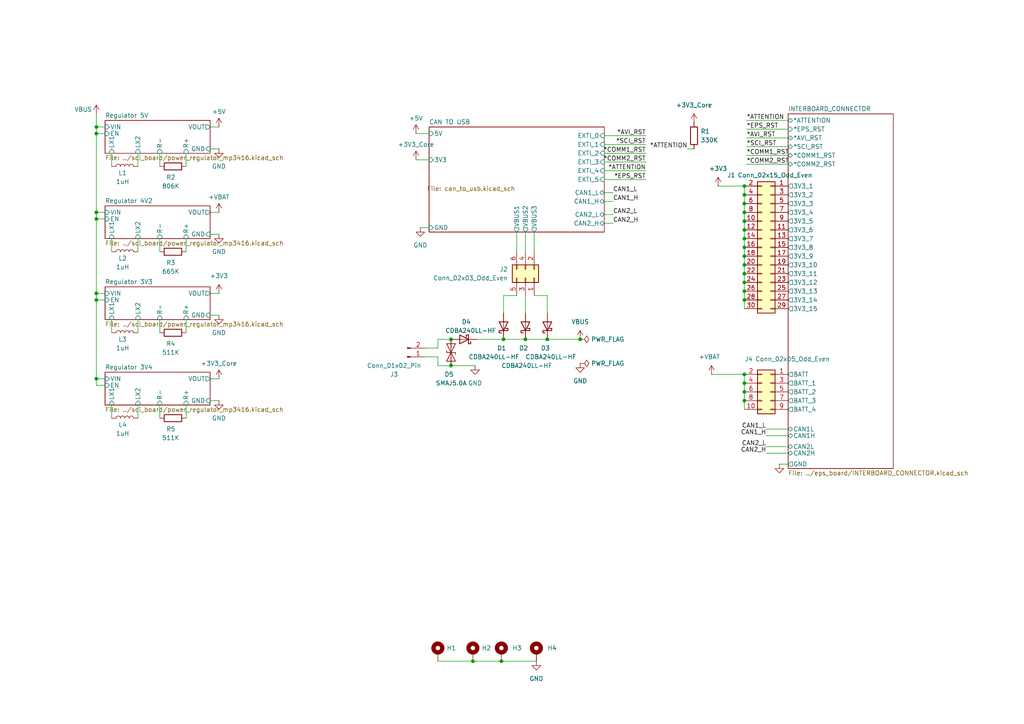
<source format=kicad_sch>
(kicad_sch (version 20250114) (generator "eeschema") (generator_version "9.0")
  (paper "A4")
  (lib_symbols
    (symbol "Connector:Conn_01x02_Pin" (pin_names (offset 1.016) (hide yes))
      (property "Reference" "J" (at 0 2.54 0))
      (property "Value" "Conn_01x02_Pin" (at 0 -5.08 0))
      (symbol "Conn_01x02_Pin_1_1"
        (rectangle (start 0.8636 0.127) (end 0 -0.127) (stroke (width 0.1524)) (fill (type outline)))
        (rectangle (start 0.8636 -2.413) (end 0 -2.667) (stroke (width 0.1524)) (fill (type outline)))
        (polyline (pts (xy 1.27 0) (xy 0.8636 0)) (stroke (width 0.1524)))
        (polyline (pts (xy 1.27 -2.54) (xy 0.8636 -2.54)) (stroke (width 0.1524)))
        (pin passive line (at 5.08 0 180) (length 3.81) (name "Pin_1") (number "1"))
        (pin passive line (at 5.08 -2.54 180) (length 3.81) (name "Pin_2") (number "2"))
      )
    )
    (symbol "Connector_Generic:Conn_02x03_Odd_Even" (pin_names (offset 1.016) (hide yes))
      (property "Reference" "J" (at 1.27 5.08 0))
      (property "Value" "Conn_02x03_Odd_Even" (at 1.27 -5.08 0))
      (symbol "Conn_02x03_Odd_Even_1_1"
        (rectangle (start -1.27 3.81) (end 3.81 -3.81) (stroke (width 0.254)) (fill (type background)))
        (rectangle (start -1.27 2.667) (end 0 2.413) (stroke (width 0.1524)))
        (rectangle (start -1.27 0.127) (end 0 -0.127) (stroke (width 0.1524)))
        (rectangle (start -1.27 -2.413) (end 0 -2.667) (stroke (width 0.1524)))
        (rectangle (start 3.81 2.667) (end 2.54 2.413) (stroke (width 0.1524)))
        (rectangle (start 3.81 0.127) (end 2.54 -0.127) (stroke (width 0.1524)))
        (rectangle (start 3.81 -2.413) (end 2.54 -2.667) (stroke (width 0.1524)))
        (pin passive line (at -5.08 2.54 0) (length 3.81) (name "Pin_1") (number "1"))
        (pin passive line (at -5.08 0 0) (length 3.81) (name "Pin_3") (number "3"))
        (pin passive line (at -5.08 -2.54 0) (length 3.81) (name "Pin_5") (number "5"))
        (pin passive line (at 7.62 2.54 180) (length 3.81) (name "Pin_2") (number "2"))
        (pin passive line (at 7.62 0 180) (length 3.81) (name "Pin_4") (number "4"))
        (pin passive line (at 7.62 -2.54 180) (length 3.81) (name "Pin_6") (number "6"))
      )
    )
    (symbol "Connector_Generic:Conn_02x05_Odd_Even" (pin_names (offset 1.016) (hide yes))
      (property "Reference" "J" (at 1.27 7.62 0))
      (property "Value" "Conn_02x05_Odd_Even" (at 1.27 -7.62 0))
      (symbol "Conn_02x05_Odd_Even_1_1"
        (rectangle (start -1.27 6.35) (end 3.81 -6.35) (stroke (width 0.254)) (fill (type background)))
        (rectangle (start -1.27 5.207) (end 0 4.953) (stroke (width 0.1524)))
        (rectangle (start -1.27 2.667) (end 0 2.413) (stroke (width 0.1524)))
        (rectangle (start -1.27 0.127) (end 0 -0.127) (stroke (width 0.1524)))
        (rectangle (start -1.27 -2.413) (end 0 -2.667) (stroke (width 0.1524)))
        (rectangle (start -1.27 -4.953) (end 0 -5.207) (stroke (width 0.1524)))
        (rectangle (start 3.81 5.207) (end 2.54 4.953) (stroke (width 0.1524)))
        (rectangle (start 3.81 2.667) (end 2.54 2.413) (stroke (width 0.1524)))
        (rectangle (start 3.81 0.127) (end 2.54 -0.127) (stroke (width 0.1524)))
        (rectangle (start 3.81 -2.413) (end 2.54 -2.667) (stroke (width 0.1524)))
        (rectangle (start 3.81 -4.953) (end 2.54 -5.207) (stroke (width 0.1524)))
        (pin passive line (at -5.08 5.08 0) (length 3.81) (name "Pin_1") (number "1"))
        (pin passive line (at -5.08 2.54 0) (length 3.81) (name "Pin_3") (number "3"))
        (pin passive line (at -5.08 0 0) (length 3.81) (name "Pin_5") (number "5"))
        (pin passive line (at -5.08 -2.54 0) (length 3.81) (name "Pin_7") (number "7"))
        (pin passive line (at -5.08 -5.08 0) (length 3.81) (name "Pin_9") (number "9"))
        (pin passive line (at 7.62 5.08 180) (length 3.81) (name "Pin_2") (number "2"))
        (pin passive line (at 7.62 2.54 180) (length 3.81) (name "Pin_4") (number "4"))
        (pin passive line (at 7.62 0 180) (length 3.81) (name "Pin_6") (number "6"))
        (pin passive line (at 7.62 -2.54 180) (length 3.81) (name "Pin_8") (number "8"))
        (pin passive line (at 7.62 -5.08 180) (length 3.81) (name "Pin_10") (number "10"))
      )
    )
    (symbol "Connector_Generic:Conn_02x15_Odd_Even" (pin_names (offset 1.016) (hide yes))
      (property "Reference" "J" (at 1.27 20.32 0))
      (property "Value" "Conn_02x15_Odd_Even" (at 1.27 -20.32 0))
      (symbol "Conn_02x15_Odd_Even_1_1"
        (rectangle (start -1.27 19.05) (end 3.81 -19.05) (stroke (width 0.254)) (fill (type background)))
        (rectangle (start -1.27 17.907) (end 0 17.653) (stroke (width 0.1524)))
        (rectangle (start -1.27 15.367) (end 0 15.113) (stroke (width 0.1524)))
        (rectangle (start -1.27 12.827) (end 0 12.573) (stroke (width 0.1524)))
        (rectangle (start -1.27 10.287) (end 0 10.033) (stroke (width 0.1524)))
        (rectangle (start -1.27 7.747) (end 0 7.493) (stroke (width 0.1524)))
        (rectangle (start -1.27 5.207) (end 0 4.953) (stroke (width 0.1524)))
        (rectangle (start -1.27 2.667) (end 0 2.413) (stroke (width 0.1524)))
        (rectangle (start -1.27 0.127) (end 0 -0.127) (stroke (width 0.1524)))
        (rectangle (start -1.27 -2.413) (end 0 -2.667) (stroke (width 0.1524)))
        (rectangle (start -1.27 -4.953) (end 0 -5.207) (stroke (width 0.1524)))
        (rectangle (start -1.27 -7.493) (end 0 -7.747) (stroke (width 0.1524)))
        (rectangle (start -1.27 -10.033) (end 0 -10.287) (stroke (width 0.1524)))
        (rectangle (start -1.27 -12.573) (end 0 -12.827) (stroke (width 0.1524)))
        (rectangle (start -1.27 -15.113) (end 0 -15.367) (stroke (width 0.1524)))
        (rectangle (start -1.27 -17.653) (end 0 -17.907) (stroke (width 0.1524)))
        (rectangle (start 3.81 17.907) (end 2.54 17.653) (stroke (width 0.1524)))
        (rectangle (start 3.81 15.367) (end 2.54 15.113) (stroke (width 0.1524)))
        (rectangle (start 3.81 12.827) (end 2.54 12.573) (stroke (width 0.1524)))
        (rectangle (start 3.81 10.287) (end 2.54 10.033) (stroke (width 0.1524)))
        (rectangle (start 3.81 7.747) (end 2.54 7.493) (stroke (width 0.1524)))
        (rectangle (start 3.81 5.207) (end 2.54 4.953) (stroke (width 0.1524)))
        (rectangle (start 3.81 2.667) (end 2.54 2.413) (stroke (width 0.1524)))
        (rectangle (start 3.81 0.127) (end 2.54 -0.127) (stroke (width 0.1524)))
        (rectangle (start 3.81 -2.413) (end 2.54 -2.667) (stroke (width 0.1524)))
        (rectangle (start 3.81 -4.953) (end 2.54 -5.207) (stroke (width 0.1524)))
        (rectangle (start 3.81 -7.493) (end 2.54 -7.747) (stroke (width 0.1524)))
        (rectangle (start 3.81 -10.033) (end 2.54 -10.287) (stroke (width 0.1524)))
        (rectangle (start 3.81 -12.573) (end 2.54 -12.827) (stroke (width 0.1524)))
        (rectangle (start 3.81 -15.113) (end 2.54 -15.367) (stroke (width 0.1524)))
        (rectangle (start 3.81 -17.653) (end 2.54 -17.907) (stroke (width 0.1524)))
        (pin passive line (at -5.08 17.78 0) (length 3.81) (name "Pin_1") (number "1"))
        (pin passive line (at -5.08 15.24 0) (length 3.81) (name "Pin_3") (number "3"))
        (pin passive line (at -5.08 12.7 0) (length 3.81) (name "Pin_5") (number "5"))
        (pin passive line (at -5.08 10.16 0) (length 3.81) (name "Pin_7") (number "7"))
        (pin passive line (at -5.08 7.62 0) (length 3.81) (name "Pin_9") (number "9"))
        (pin passive line (at -5.08 5.08 0) (length 3.81) (name "Pin_11") (number "11"))
        (pin passive line (at -5.08 2.54 0) (length 3.81) (name "Pin_13") (number "13"))
        (pin passive line (at -5.08 0 0) (length 3.81) (name "Pin_15") (number "15"))
        (pin passive line (at -5.08 -2.54 0) (length 3.81) (name "Pin_17") (number "17"))
        (pin passive line (at -5.08 -5.08 0) (length 3.81) (name "Pin_19") (number "19"))
        (pin passive line (at -5.08 -7.62 0) (length 3.81) (name "Pin_21") (number "21"))
        (pin passive line (at -5.08 -10.16 0) (length 3.81) (name "Pin_23") (number "23"))
        (pin passive line (at -5.08 -12.7 0) (length 3.81) (name "Pin_25") (number "25"))
        (pin passive line (at -5.08 -15.24 0) (length 3.81) (name "Pin_27") (number "27"))
        (pin passive line (at -5.08 -17.78 0) (length 3.81) (name "Pin_29") (number "29"))
        (pin passive line (at 7.62 17.78 180) (length 3.81) (name "Pin_2") (number "2"))
        (pin passive line (at 7.62 15.24 180) (length 3.81) (name "Pin_4") (number "4"))
        (pin passive line (at 7.62 12.7 180) (length 3.81) (name "Pin_6") (number "6"))
        (pin passive line (at 7.62 10.16 180) (length 3.81) (name "Pin_8") (number "8"))
        (pin passive line (at 7.62 7.62 180) (length 3.81) (name "Pin_10") (number "10"))
        (pin passive line (at 7.62 5.08 180) (length 3.81) (name "Pin_12") (number "12"))
        (pin passive line (at 7.62 2.54 180) (length 3.81) (name "Pin_14") (number "14"))
        (pin passive line (at 7.62 0 180) (length 3.81) (name "Pin_16") (number "16"))
        (pin passive line (at 7.62 -2.54 180) (length 3.81) (name "Pin_18") (number "18"))
        (pin passive line (at 7.62 -5.08 180) (length 3.81) (name "Pin_20") (number "20"))
        (pin passive line (at 7.62 -7.62 180) (length 3.81) (name "Pin_22") (number "22"))
        (pin passive line (at 7.62 -10.16 180) (length 3.81) (name "Pin_24") (number "24"))
        (pin passive line (at 7.62 -12.7 180) (length 3.81) (name "Pin_26") (number "26"))
        (pin passive line (at 7.62 -15.24 180) (length 3.81) (name "Pin_28") (number "28"))
        (pin passive line (at 7.62 -17.78 180) (length 3.81) (name "Pin_30") (number "30"))
      )
    )
    (symbol "Device:D_Schottky" (pin_numbers (hide yes)) (pin_names (offset 1.016) (hide yes))
      (property "Reference" "D" (at 0 2.54 0))
      (property "Value" "D_Schottky" (at 0 -2.54 0))
      (symbol "D_Schottky_0_1"
        (polyline (pts (xy -1.905 0.635) (xy -1.905 1.27) (xy -1.27 1.27) (xy -1.27 -1.27) (xy -0.635 -1.27) (xy -0.635 -0.635)) (stroke (width 0.254)))
        (polyline (pts (xy 1.27 1.27) (xy 1.27 -1.27) (xy -1.27 0) (xy 1.27 1.27)) (stroke (width 0.254)))
        (polyline (pts (xy 1.27 0) (xy -1.27 0)))
      )
      (symbol "D_Schottky_1_1"
        (pin passive line (at -3.81 0 0) (length 2.54) (name "K") (number "1"))
        (pin passive line (at 3.81 0 180) (length 2.54) (name "A") (number "2"))
      )
    )
    (symbol "Device:L" (pin_numbers (hide yes)) (pin_names (offset 1.016) (hide yes))
      (property "Reference" "L" (at -1.27 0 90))
      (property "Value" "L" (at 1.905 0 90))
      (symbol "L_0_1"
        (arc (start 0 2.54) (mid 0.6323 1.905) (end 0 1.27))
        (arc (start 0 1.27) (mid 0.6323 0.635) (end 0 0))
        (arc (start 0 0) (mid 0.6323 -0.635) (end 0 -1.27))
        (arc (start 0 -1.27) (mid 0.6323 -1.905) (end 0 -2.54))
      )
      (symbol "L_1_1"
        (pin passive line (at 0 3.81 270) (length 1.27) (name "1") (number "1"))
        (pin passive line (at 0 -3.81 90) (length 1.27) (name "2") (number "2"))
      )
    )
    (symbol "Device:R" (pin_numbers (hide yes)) (pin_names (offset 0))
      (property "Reference" "R" (at 2.032 0 90))
      (property "Value" "R" (at 0 0 90))
      (symbol "R_0_1"
        (rectangle (start -1.016 -2.54) (end 1.016 2.54) (stroke (width 0.254)))
      )
      (symbol "R_1_1"
        (pin passive line (at 0 3.81 270) (length 1.27) (name "~") (number "1"))
        (pin passive line (at 0 -3.81 90) (length 1.27) (name "~") (number "2"))
      )
    )
    (symbol "Diode:SMAJ12CA" (pin_numbers (hide yes)) (pin_names (offset 1.016) (hide yes))
      (property "Reference" "D" (at 0 2.54 0))
      (property "Value" "SMAJ12CA" (at 0 -2.54 0))
      (symbol "SMAJ12CA_0_1"
        (polyline (pts (xy -2.54 -1.27) (xy 0 0) (xy -2.54 1.27) (xy -2.54 -1.27)) (stroke (width 0.2032)))
        (polyline (pts (xy 0.508 1.27) (xy 0 1.27) (xy 0 -1.27) (xy -0.508 -1.27)) (stroke (width 0.2032)))
        (polyline (pts (xy 1.27 0) (xy -1.27 0)))
        (polyline (pts (xy 2.54 1.27) (xy 2.54 -1.27) (xy 0 0) (xy 2.54 1.27)) (stroke (width 0.2032)))
      )
      (symbol "SMAJ12CA_1_1"
        (pin passive line (at -3.81 0 0) (length 2.54) (name "A1") (number "1"))
        (pin passive line (at 3.81 0 180) (length 2.54) (name "A2") (number "2"))
      )
    )
    (symbol "Mechanical:MountingHole_Pad" (pin_numbers (hide yes)) (pin_names (offset 1.016) (hide yes)) (exclude_from_sim yes) (in_bom no)
      (property "Reference" "H" (at 0 6.35 0))
      (property "Value" "MountingHole_Pad" (at 0 4.445 0))
      (symbol "MountingHole_Pad_0_1"
        (circle (center 0 1.27) (radius 1.27) (stroke (width 1.27)))
      )
      (symbol "MountingHole_Pad_1_1"
        (pin input line (at 0 -2.54 90) (length 2.54) (name "1") (number "1"))
      )
    )
    (symbol "power:+5V" (power) (pin_numbers (hide yes)) (pin_names (offset 0) (hide yes))
      (property "Value" "+5V" (at 0 3.556 0))
      (symbol "+5V_0_1"
        (polyline (pts (xy -0.762 1.27) (xy 0 2.54)))
        (polyline (pts (xy 0 2.54) (xy 0.762 1.27)))
        (polyline (pts (xy 0 0) (xy 0 2.54)))
      )
      (symbol "+5V_1_1"
        (pin power_in line (at 0 0 90) (length 0) (name "~") (number "1"))
      )
    )
    (symbol "power:GND" (power) (pin_numbers (hide yes)) (pin_names (offset 0) (hide yes))
      (property "Value" "GND" (at 0 -3.81 0))
      (symbol "GND_0_1"
        (polyline (pts (xy 0 0) (xy 0 -1.27) (xy 1.27 -1.27) (xy 0 -2.54) (xy -1.27 -1.27) (xy 0 -1.27)))
      )
      (symbol "GND_1_1"
        (pin power_in line (at 0 0 270) (length 0) (name "~") (number "1"))
      )
    )
    (symbol "power:PWR_FLAG" (power) (pin_numbers (hide yes)) (pin_names (offset 0) (hide yes))
      (property "Value" "PWR_FLAG" (at 0 3.81 0))
      (symbol "PWR_FLAG_0_0"
        (pin power_out line (at 0 0 90) (length 0) (name "~") (number "1"))
      )
      (symbol "PWR_FLAG_0_1"
        (polyline (pts (xy 0 0) (xy 0 1.27) (xy -1.016 1.905) (xy 0 2.54) (xy 1.016 1.905) (xy 0 1.27)))
      )
    )
    (symbol "power:VBUS" (power) (pin_numbers (hide yes)) (pin_names (offset 0) (hide yes))
      (property "Value" "VBUS" (at 0 3.556 0))
      (symbol "VBUS_0_1"
        (polyline (pts (xy -0.762 1.27) (xy 0 2.54)))
        (polyline (pts (xy 0 2.54) (xy 0.762 1.27)))
        (polyline (pts (xy 0 0) (xy 0 2.54)))
      )
      (symbol "VBUS_1_1"
        (pin power_in line (at 0 0 90) (length 0) (name "~") (number "1"))
      )
    )
  )
  (junction (at 215.9 108.585))
  (junction (at 145.415 191.77))
  (junction (at 27.94 109.855))
  (junction (at 215.9 86.995))
  (junction (at 215.9 74.295))
  (junction (at 130.81 98.425))
  (junction (at 215.9 66.675))
  (junction (at 158.75 98.425))
  (junction (at 215.9 76.835))
  (junction (at 27.94 86.995))
  (junction (at 27.94 38.735))
  (junction (at 27.94 85.09))
  (junction (at 137.16 191.77))
  (junction (at 215.9 64.135))
  (junction (at 27.94 36.83))
  (junction (at 215.9 79.375))
  (junction (at 215.9 116.205))
  (junction (at 215.9 111.125))
  (junction (at 215.9 81.915))
  (junction (at 130.81 106.045))
  (junction (at 215.9 53.975))
  (junction (at 215.9 84.455))
  (junction (at 215.9 59.055))
  (junction (at 146.05 98.425))
  (junction (at 27.94 63.5))
  (junction (at 215.9 71.755))
  (junction (at 215.9 69.215))
  (junction (at 27.94 61.595))
  (junction (at 215.9 61.595))
  (junction (at 152.4 98.425))
  (junction (at 168.275 98.425))
  (junction (at 215.9 56.515))
  (junction (at 215.9 113.665))
  (wire (pts (xy 226.06 134.62) (xy 228.6 134.62)))
  (wire (pts (xy 46.355 69.215) (xy 46.355 73.025)))
  (wire (pts (xy 208.28 53.975) (xy 215.9 53.975)))
  (wire (pts (xy 222.25 124.46) (xy 228.6 124.46)))
  (wire (pts (xy 63.5 36.83) (xy 60.96 36.83)))
  (wire (pts (xy 215.9 69.215) (xy 215.9 71.755)))
  (wire (pts (xy 215.9 66.675) (xy 215.9 69.215)))
  (wire (pts (xy 27.94 61.595) (xy 27.94 63.5)))
  (wire (pts (xy 215.9 76.835) (xy 215.9 79.375)))
  (wire (pts (xy 199.39 43.18) (xy 201.295 43.18)))
  (wire (pts (xy 53.975 69.215) (xy 53.975 73.025)))
  (wire (pts (xy 146.05 98.425) (xy 138.43 98.425)))
  (wire (pts (xy 46.355 92.71) (xy 46.355 96.52)))
  (wire (pts (xy 187.325 44.45) (xy 175.26 44.45)))
  (wire (pts (xy 32.385 92.71) (xy 32.385 96.52)))
  (wire (pts (xy 27.94 63.5) (xy 30.48 63.5)))
  (wire (pts (xy 145.415 191.77) (xy 155.575 191.77)))
  (wire (pts (xy 30.48 111.76) (xy 27.94 111.76)))
  (wire (pts (xy 27.94 36.83) (xy 27.94 38.735)))
  (wire (pts (xy 152.4 85.725) (xy 152.4 90.805)))
  (wire (pts (xy 175.26 62.23) (xy 177.8 62.23)))
  (wire (pts (xy 27.94 86.995) (xy 27.94 85.09)))
  (wire (pts (xy 206.375 108.585) (xy 215.9 108.585)))
  (wire (pts (xy 63.5 116.205) (xy 60.96 116.205)))
  (wire (pts (xy 222.25 129.54) (xy 228.6 129.54)))
  (wire (pts (xy 27.94 38.735) (xy 27.94 61.595)))
  (wire (pts (xy 216.535 34.925) (xy 228.6 34.925)))
  (wire (pts (xy 215.9 81.915) (xy 215.9 84.455)))
  (wire (pts (xy 215.9 84.455) (xy 215.9 86.995)))
  (wire (pts (xy 27.94 109.855) (xy 30.48 109.855)))
  (wire (pts (xy 40.005 44.45) (xy 40.005 48.26)))
  (wire (pts (xy 215.9 111.125) (xy 215.9 113.665)))
  (wire (pts (xy 27.94 36.83) (xy 30.48 36.83)))
  (wire (pts (xy 215.9 59.055) (xy 215.9 61.595)))
  (wire (pts (xy 30.48 86.995) (xy 27.94 86.995)))
  (wire (pts (xy 53.975 117.475) (xy 53.975 121.285)))
  (wire (pts (xy 187.325 41.91) (xy 175.26 41.91)))
  (wire (pts (xy 175.26 58.42) (xy 177.8 58.42)))
  (wire (pts (xy 27.94 61.595) (xy 30.48 61.595)))
  (wire (pts (xy 32.385 117.475) (xy 32.385 121.285)))
  (wire (pts (xy 32.385 69.215) (xy 32.385 73.025)))
  (wire (pts (xy 63.5 67.945) (xy 60.96 67.945)))
  (wire (pts (xy 53.975 44.45) (xy 53.975 48.26)))
  (wire (pts (xy 215.9 113.665) (xy 215.9 116.205)))
  (wire (pts (xy 123.19 103.505) (xy 127 103.505)))
  (wire (pts (xy 158.75 85.725) (xy 158.75 90.805)))
  (wire (pts (xy 215.9 53.975) (xy 215.9 56.515)))
  (wire (pts (xy 216.535 45.085) (xy 228.6 45.085)))
  (wire (pts (xy 215.9 79.375) (xy 215.9 81.915)))
  (wire (pts (xy 215.9 64.135) (xy 215.9 66.675)))
  (wire (pts (xy 127 98.425) (xy 130.81 98.425)))
  (wire (pts (xy 32.385 44.45) (xy 32.385 48.26)))
  (wire (pts (xy 215.9 108.585) (xy 215.9 111.125)))
  (wire (pts (xy 27.94 63.5) (xy 27.94 85.09)))
  (wire (pts (xy 216.535 40.005) (xy 228.6 40.005)))
  (wire (pts (xy 175.26 64.77) (xy 177.8 64.77)))
  (wire (pts (xy 127 106.045) (xy 130.81 106.045)))
  (wire (pts (xy 53.975 92.71) (xy 53.975 96.52)))
  (wire (pts (xy 123.19 100.965) (xy 127 100.965)))
  (wire (pts (xy 187.325 46.99) (xy 175.26 46.99)))
  (wire (pts (xy 27.94 86.995) (xy 27.94 109.855)))
  (wire (pts (xy 215.9 56.515) (xy 215.9 59.055)))
  (wire (pts (xy 27.94 33.02) (xy 27.94 36.83)))
  (wire (pts (xy 46.355 117.475) (xy 46.355 121.285)))
  (wire (pts (xy 137.795 106.045) (xy 130.81 106.045)))
  (wire (pts (xy 63.5 61.595) (xy 60.96 61.595)))
  (wire (pts (xy 63.5 91.44) (xy 60.96 91.44)))
  (wire (pts (xy 187.325 39.37) (xy 175.26 39.37)))
  (wire (pts (xy 215.9 61.595) (xy 215.9 64.135)))
  (wire (pts (xy 127 191.77) (xy 137.16 191.77)))
  (wire (pts (xy 146.05 85.725) (xy 146.05 90.805)))
  (wire (pts (xy 63.5 109.855) (xy 60.96 109.855)))
  (wire (pts (xy 40.005 117.475) (xy 40.005 121.285)))
  (wire (pts (xy 215.9 86.995) (xy 215.9 89.535)))
  (wire (pts (xy 40.005 92.71) (xy 40.005 96.52)))
  (wire (pts (xy 222.25 131.445) (xy 228.6 131.445)))
  (wire (pts (xy 216.535 42.545) (xy 228.6 42.545)))
  (wire (pts (xy 127 103.505) (xy 127 106.045)))
  (wire (pts (xy 216.535 47.625) (xy 228.6 47.625)))
  (wire (pts (xy 152.4 67.31) (xy 152.4 73.025)))
  (wire (pts (xy 121.92 66.04) (xy 124.46 66.04)))
  (wire (pts (xy 149.86 67.31) (xy 149.86 73.025)))
  (wire (pts (xy 216.535 37.465) (xy 228.6 37.465)))
  (wire (pts (xy 154.94 67.31) (xy 154.94 73.025)))
  (wire (pts (xy 152.4 98.425) (xy 158.75 98.425)))
  (wire (pts (xy 120.65 38.735) (xy 124.46 38.735)))
  (wire (pts (xy 175.26 55.88) (xy 177.8 55.88)))
  (wire (pts (xy 27.94 38.735) (xy 30.48 38.735)))
  (wire (pts (xy 146.05 98.425) (xy 152.4 98.425)))
  (wire (pts (xy 215.9 71.755) (xy 215.9 74.295)))
  (wire (pts (xy 63.5 43.18) (xy 60.96 43.18)))
  (wire (pts (xy 27.94 109.855) (xy 27.94 111.76)))
  (wire (pts (xy 46.355 44.45) (xy 46.355 48.26)))
  (wire (pts (xy 40.005 69.215) (xy 40.005 73.025)))
  (wire (pts (xy 127 100.965) (xy 127 98.425)))
  (wire (pts (xy 158.75 98.425) (xy 168.275 98.425)))
  (wire (pts (xy 187.325 52.07) (xy 175.26 52.07)))
  (wire (pts (xy 222.25 126.365) (xy 228.6 126.365)))
  (wire (pts (xy 137.16 191.77) (xy 145.415 191.77)))
  (wire (pts (xy 215.9 74.295) (xy 215.9 76.835)))
  (wire (pts (xy 215.9 116.205) (xy 215.9 118.745)))
  (wire (pts (xy 120.65 46.355) (xy 124.46 46.355)))
  (wire (pts (xy 154.94 85.725) (xy 158.75 85.725)))
  (wire (pts (xy 27.94 85.09) (xy 30.48 85.09)))
  (wire (pts (xy 63.5 85.09) (xy 60.96 85.09)))
  (wire (pts (xy 187.325 49.53) (xy 175.26 49.53)))
  (wire (pts (xy 149.86 85.725) (xy 146.05 85.725)))
  (label "*AVI_RST" (at 216.535 40.005 0))
  (label "CAN2_L" (at 222.25 129.54 180))
  (label "CAN1_L" (at 177.8 55.88 0))
  (label "CAN1_H" (at 177.8 58.42 0))
  (label "*AVI_RST" (at 187.325 39.37 180))
  (label "*COMM1_RST" (at 216.535 45.085 0))
  (label "*SCI_RST" (at 216.535 42.545 0))
  (label "*ATTENTION" (at 216.535 34.925 0))
  (label "*COMM2_RST" (at 187.325 46.99 180))
  (label "*ATTENTION" (at 187.325 49.53 180))
  (label "CAN2_H" (at 177.8 64.77 0))
  (label "CAN2_H" (at 222.25 131.445 180))
  (label "*COMM2_RST" (at 216.535 47.625 0))
  (label "*EPS_RST" (at 216.535 37.465 0))
  (label "*ATTENTION" (at 199.39 43.18 180))
  (label "*SCI_RST" (at 187.325 41.91 180))
  (label "CAN2_L" (at 177.8 62.23 0))
  (label "*COMM1_RST" (at 187.325 44.45 180))
  (label "CAN1_L" (at 222.25 124.46 180))
  (label "*EPS_RST" (at 187.325 52.07 180))
  (label "CAN1_H" (at 222.25 126.365 180))
  (symbol (lib_id "power:+5V") (at 120.65 46.355 0) (mirror y) (unit 1) (in_bom no)
    (property "Reference" "#PWR06" (effects (hide yes)))
    (property "Value" "+3V3_Core" (at 120.65 41.91 0))
    (property "Description" "Power symbol creates a global label with name \"+5V\"" (effects (hide yes)))
  )
  (symbol (lib_id "Device:R") (at 50.165 73.025 90) (unit 1)
    (property "Reference" "R3" (at 49.53 76.2 90))
    (property "Value" "665K" (at 49.53 78.74 90))
    (property "Footprint" "Resistor_SMD:R_0402_1005Metric_Pad0.72x0.64mm_HandSolder" (effects (hide yes)))
    (property "Datasheet" "https://www.yageo.com/upload/media/product/products/datasheet/rchip/PYu-RC_Group_51_RoHS_L_12.pdf" (effects (hide yes)))
    (property "Description" "Resistor" (effects (hide yes)))
    (property "Tolerance" "1" (effects (hide yes)))
    (property "Note" "regulator, 673K" (effects (hide yes)))
    (property "MANUFACTURER" "YAGEO" (effects (hide yes)))
    (property "PARTREV" "RC0402FR-07665KL" (effects (hide yes)))
  )
  (symbol (lib_id "Device:L") (at 36.195 73.025 90) (unit 1)
    (property "Reference" "L2" (at 35.56 74.93 90))
    (property "Value" "1uH" (at 35.56 77.47 90))
    (property "Footprint" "Inductor_SMD:L_1008_2520Metric_Pad1.43x2.20mm_HandSolder" (effects (hide yes)))
    (property "Datasheet" "https://www.murata.com/~/media/webrenewal/products/inductor/chip/tokoproducts/wirewoundmetalalloychiptype/m_dfe252012p.ashx" (effects (hide yes)))
    (property "Description" "Inductor" (effects (hide yes)))
    (property "Amps" "3.2" (effects (hide yes)))
    (property "MANUFACTURER" "Murata" (effects (hide yes)))
    (property "PARTREV" "DFE252012P-1R0M=P2" (effects (hide yes)))
  )
  (symbol (lib_id "Mechanical:MountingHole_Pad") (at 127 189.23 0) (unit 1) (in_bom no)
    (property "Reference" "H1" (at 129.54 187.9599 0) (effects (justify left)))
    (property "Value" "MountingHole_Pad" (effects (hide yes)))
    (property "Footprint" "Project:MountingHole_4.3mm_M4_Pad_Via_Custom" (effects (hide yes)))
    (property "Description" "Mounting Hole with connection" (effects (hide yes)))
    (property "MANUFACTURER" "generic" (effects (hide yes)))
    (property "PARTREV" "generic" (effects (hide yes)))
  )
  (symbol (lib_id "Device:D_Schottky") (at 146.05 94.615 90) (unit 1)
    (property "Reference" "D1" (at 144.145 100.965 90) (effects (justify right)))
    (property "Value" "CDBA240LL-HF" (at 135.89 103.505 90) (effects (justify right)))
    (property "Footprint" "Diode_SMD:D_SMA_Handsoldering" (effects (hide yes)))
    (property "Datasheet" "https://www.comchiptech.com/admin/files/product/CDBA240LL-HF%20RevD765674.pdf" (effects (hide yes)))
    (property "Description" "Schottky diode" (effects (hide yes)))
    (property "Amps" "2" (effects (hide yes)))
    (property "Voltage" "40" (effects (hide yes)))
    (property "MANUFACTURER" "Comchip Technology" (effects (hide yes)))
    (property "PARTREV" "CDBA240LL-HF" (effects (hide yes)))
  )
  (symbol (lib_id "power:VBUS") (at 168.275 98.425 0) (unit 1) (in_bom no)
    (property "Reference" "#PWR013" (effects (hide yes)))
    (property "Value" "VBUS" (at 168.275 93.345 0))
    (property "Description" "Power symbol creates a global label with name \"VBUS\"" (effects (hide yes)))
  )
  (symbol (lib_id "Connector_Generic:Conn_02x05_Odd_Even") (at 223.52 113.665 0) (mirror y) (unit 1)
    (property "Reference" "J4" (at 217.17 104.14 0))
    (property "Value" "Conn_02x05_Odd_Even" (at 229.87 104.14 0))
    (property "Footprint" "Connector_PinHeader_2.54mm:PinHeader_2x05_P2.54mm_Vertical" (effects (hide yes)))
    (property "Description" "Generic connector, double row, 02x05, odd/even pin numbering scheme (row 1 odd numbers, row 2 even numbers), script generated (kicad-library-utils/schlib/autogen/connector/)" (effects (hide yes)))
    (property "MANUFACTURER" "generic" (effects (hide yes)))
    (property "PARTREV" "2.54mm pins 02x05" (effects (hide yes)))
  )
  (symbol (lib_id "power:+5V") (at 206.375 108.585 0) (unit 1) (in_bom no)
    (property "Reference" "#PWR016" (effects (hide yes)))
    (property "Value" "+VBAT" (at 205.74 103.505 0))
    (property "Description" "Power symbol creates a global label with name \"+5V\"" (effects (hide yes)))
  )
  (symbol (lib_id "power:+5V") (at 63.5 85.09 0) (unit 1) (in_bom no)
    (property "Reference" "#PWR011" (effects (hide yes)))
    (property "Value" "+3V3" (at 63.5 80.01 0))
    (property "Description" "Power symbol creates a global label with name \"+5V\"" (effects (hide yes)))
  )
  (symbol (lib_id "power:GND") (at 63.5 43.18 0) (unit 1) (in_bom no)
    (property "Reference" "#PWR05" (effects (hide yes)))
    (property "Value" "GND" (at 63.5 48.26 0))
    (property "Description" "Power symbol creates a global label with name \"GND\" , ground" (effects (hide yes)))
  )
  (symbol (lib_id "power:+5V") (at 63.5 36.83 0) (unit 1) (in_bom no)
    (property "Reference" "#PWR03" (effects (hide yes)))
    (property "Value" "+5V" (at 63.5 32.385 0))
    (property "Description" "Power symbol creates a global label with name \"+5V\"" (effects (hide yes)))
  )
  (symbol (lib_id "Device:L") (at 36.195 48.26 90) (unit 1)
    (property "Reference" "L1" (at 35.56 50.165 90))
    (property "Value" "1uH" (at 35.56 52.705 90))
    (property "Footprint" "Inductor_SMD:L_1008_2520Metric_Pad1.43x2.20mm_HandSolder" (effects (hide yes)))
    (property "Datasheet" "https://www.murata.com/~/media/webrenewal/products/inductor/chip/tokoproducts/wirewoundmetalalloychiptype/m_dfe252012p.ashx" (effects (hide yes)))
    (property "Description" "Inductor" (effects (hide yes)))
    (property "Amps" "3.2" (effects (hide yes)))
    (property "MANUFACTURER" "Murata" (effects (hide yes)))
    (property "PARTREV" "DFE252012P-1R0M=P2" (effects (hide yes)))
  )
  (symbol (lib_id "power:VBUS") (at 27.94 33.02 0) (unit 1) (in_bom no)
    (property "Reference" "#PWR01" (effects (hide yes)))
    (property "Value" "VBUS" (at 24.13 31.75 0))
    (property "Description" "Power symbol creates a global label with name \"VBUS\"" (effects (hide yes)))
  )
  (symbol (lib_id "power:GND") (at 137.795 106.045 0) (unit 1) (in_bom no)
    (property "Reference" "#PWR015" (effects (hide yes)))
    (property "Value" "GND" (at 137.795 111.125 0))
    (property "Description" "Power symbol creates a global label with name \"GND\" , ground" (effects (hide yes)))
  )
  (symbol (lib_id "power:+5V") (at 120.65 38.735 0) (mirror y) (unit 1) (in_bom no)
    (property "Reference" "#PWR04" (effects (hide yes)))
    (property "Value" "+5V" (at 120.65 34.29 0))
    (property "Description" "Power symbol creates a global label with name \"+5V\"" (effects (hide yes)))
  )
  (symbol (lib_id "power:GND") (at 226.06 134.62 0) (mirror y) (unit 1) (in_bom no)
    (property "Reference" "#PWR019" (effects (hide yes)))
    (property "Value" "GND" (effects (hide yes)))
    (property "Description" "Power symbol creates a global label with name \"GND\" , ground" (effects (hide yes)))
  )
  (symbol (lib_id "Connector:Conn_01x02_Pin") (at 118.11 103.505 0) (mirror x) (unit 1)
    (property "Reference" "J3" (at 114.3 108.585 0))
    (property "Value" "Conn_01x02_Pin" (at 114.3 106.045 0))
    (property "Footprint" "Connector_PinHeader_2.54mm:PinHeader_1x02_P2.54mm_Vertical" (effects (hide yes)))
    (property "Description" "Generic connector, single row, 01x02, script generated" (effects (hide yes)))
    (property "MANUFACTURER" "generic" (effects (hide yes)))
    (property "PARTREV" "2.54mm pins 01x02" (effects (hide yes)))
  )
  (symbol (lib_id "Device:L") (at 36.195 121.285 90) (unit 1)
    (property "Reference" "L4" (at 35.56 123.19 90))
    (property "Value" "1uH" (at 35.56 125.73 90))
    (property "Footprint" "Inductor_SMD:L_1008_2520Metric_Pad1.43x2.20mm_HandSolder" (effects (hide yes)))
    (property "Datasheet" "https://www.murata.com/~/media/webrenewal/products/inductor/chip/tokoproducts/wirewoundmetalalloychiptype/m_dfe252012p.ashx" (effects (hide yes)))
    (property "Description" "Inductor" (effects (hide yes)))
    (property "Amps" "3.2" (effects (hide yes)))
    (property "MANUFACTURER" "Murata" (effects (hide yes)))
    (property "PARTREV" "DFE252012P-1R0M=P2" (effects (hide yes)))
  )
  (symbol (lib_id "Device:D_Schottky") (at 158.75 94.615 90) (unit 1)
    (property "Reference" "D3" (at 156.845 100.965 90) (effects (justify right)))
    (property "Value" "CDBA240LL-HF" (at 152.4 103.505 90) (effects (justify right)))
    (property "Footprint" "Diode_SMD:D_SMA_Handsoldering" (effects (hide yes)))
    (property "Datasheet" "https://www.comchiptech.com/admin/files/product/CDBA240LL-HF%20RevD765674.pdf" (effects (hide yes)))
    (property "Description" "Schottky diode" (effects (hide yes)))
    (property "Amps" "2" (effects (hide yes)))
    (property "Voltage" "40" (effects (hide yes)))
    (property "MANUFACTURER" "Comchip Technology" (effects (hide yes)))
    (property "PARTREV" "CDBA240LL-HF" (effects (hide yes)))
  )
  (symbol (lib_id "power:GND") (at 121.92 66.04 0) (mirror y) (unit 1) (in_bom no)
    (property "Reference" "#PWR09" (effects (hide yes)))
    (property "Value" "GND" (at 121.92 71.12 0))
    (property "Description" "Power symbol creates a global label with name \"GND\" , ground" (effects (hide yes)))
  )
  (symbol (lib_id "Device:D_Schottky") (at 134.62 98.425 180) (unit 1)
    (property "Reference" "D4" (at 135.255 93.345 0))
    (property "Value" "CDBA240LL-HF" (at 136.525 95.885 0))
    (property "Footprint" "Diode_SMD:D_SMA_Handsoldering" (effects (hide yes)))
    (property "Datasheet" "https://www.comchiptech.com/admin/files/product/CDBA240LL-HF%20RevD765674.pdf" (effects (hide yes)))
    (property "Description" "Schottky diode" (effects (hide yes)))
    (property "Amps" "2" (effects (hide yes)))
    (property "Voltage" "40" (effects (hide yes)))
    (property "MANUFACTURER" "Comchip Technology" (effects (hide yes)))
    (property "PARTREV" "CDBA240LL-HF" (effects (hide yes)))
  )
  (symbol (lib_id "Device:L") (at 36.195 96.52 90) (unit 1)
    (property "Reference" "L3" (at 35.56 98.425 90))
    (property "Value" "1uH" (at 35.56 100.965 90))
    (property "Footprint" "Inductor_SMD:L_1008_2520Metric_Pad1.43x2.20mm_HandSolder" (effects (hide yes)))
    (property "Datasheet" "https://www.murata.com/~/media/webrenewal/products/inductor/chip/tokoproducts/wirewoundmetalalloychiptype/m_dfe252012p.ashx" (effects (hide yes)))
    (property "Description" "Inductor" (effects (hide yes)))
    (property "Amps" "3.2" (effects (hide yes)))
    (property "MANUFACTURER" "Murata" (effects (hide yes)))
    (property "PARTREV" "DFE252012P-1R0M=P2" (effects (hide yes)))
  )
  (symbol (lib_id "power:+5V") (at 208.28 53.975 0) (mirror y) (unit 1) (in_bom no)
    (property "Reference" "#PWR07" (effects (hide yes)))
    (property "Value" "+3V3" (at 208.28 48.895 0))
    (property "Description" "Power symbol creates a global label with name \"+5V\"" (effects (hide yes)))
  )
  (symbol (lib_id "power:GND") (at 63.5 67.945 0) (unit 1) (in_bom no)
    (property "Reference" "#PWR010" (effects (hide yes)))
    (property "Value" "GND" (at 63.5 73.025 0))
    (property "Description" "Power symbol creates a global label with name \"GND\" , ground" (effects (hide yes)))
  )
  (symbol (lib_id "power:PWR_FLAG") (at 168.275 105.41 270) (unit 1) (in_bom no)
    (property "Reference" "#FLG02" (effects (hide yes)))
    (property "Value" "PWR_FLAG" (at 171.45 105.4099 90) (effects (justify left)))
    (property "Description" "Special symbol for telling ERC where power comes from" (effects (hide yes)))
  )
  (symbol (lib_id "Device:R") (at 201.295 39.37 0) (unit 1)
    (property "Reference" "R1" (at 203.2 38.0999 0) (effects (justify left)))
    (property "Value" "330K" (at 203.2 40.6399 0) (effects (justify left)))
    (property "Footprint" "Resistor_SMD:R_0402_1005Metric_Pad0.72x0.64mm_HandSolder" (effects (hide yes)))
    (property "Datasheet" "https://www.yageo.com/upload/media/product/products/datasheet/rchip/PYu-RC_Group_51_RoHS_L_12.pdf" (effects (hide yes)))
    (property "Description" "Resistor" (effects (hide yes)))
    (property "Note" "generic pullup/down" (effects (hide yes)))
    (property "Tolerance" "1" (effects (hide yes)))
    (property "MANUFACTURER" "YAGEO" (effects (hide yes)))
    (property "PARTREV" "RC0402FR-07330KL" (effects (hide yes)))
  )
  (symbol (lib_id "power:PWR_FLAG") (at 168.275 98.425 270) (unit 1) (in_bom no)
    (property "Reference" "#FLG01" (effects (hide yes)))
    (property "Value" "PWR_FLAG" (at 171.45 98.4249 90) (effects (justify left)))
    (property "Description" "Special symbol for telling ERC where power comes from" (effects (hide yes)))
  )
  (symbol (lib_id "power:GND") (at 155.575 191.77 0) (unit 1) (in_bom no)
    (property "Reference" "#PWR020" (effects (hide yes)))
    (property "Value" "GND" (at 155.575 196.85 0))
    (property "Description" "Power symbol creates a global label with name \"GND\" , ground" (effects (hide yes)))
  )
  (symbol (lib_id "Device:R") (at 50.165 96.52 90) (unit 1)
    (property "Reference" "R4" (at 49.53 99.695 90))
    (property "Value" "511K" (at 49.53 102.235 90))
    (property "Footprint" "Resistor_SMD:R_0402_1005Metric_Pad0.72x0.64mm_HandSolder" (effects (hide yes)))
    (property "Datasheet" "https://www.yageo.com/upload/media/product/products/datasheet/rchip/PYu-RC_Group_51_RoHS_L_12.pdf" (effects (hide yes)))
    (property "Description" "Resistor" (effects (hide yes)))
    (property "Tolerance" "1" (effects (hide yes)))
    (property "Note" "regulator" (effects (hide yes)))
    (property "MANUFACTURER" "YAGEO" (effects (hide yes)))
    (property "PARTREV" "RC0402FR-07511KL" (effects (hide yes)))
  )
  (symbol (lib_id "power:+5V") (at 63.5 109.855 0) (unit 1) (in_bom no)
    (property "Reference" "#PWR017" (effects (hide yes)))
    (property "Value" "+3V3_Core" (at 63.5 105.41 0))
    (property "Description" "Power symbol creates a global label with name \"+5V\"" (effects (hide yes)))
  )
  (symbol (lib_id "Diode:SMAJ12CA") (at 130.81 102.235 90) (unit 1)
    (property "Reference" "D5" (at 128.905 108.585 90) (effects (justify right)))
    (property "Value" "SMAJ5.0A" (at 126.365 111.125 90) (effects (justify right)))
    (property "Footprint" "Diode_SMD:D_SMA_Handsoldering" (effects (hide yes)))
    (property "Datasheet" "https://www.smc-diodes.com/propdf/SMAJ%20SERIES%20N0223%20REV.B.pdf" (effects (hide yes)))
    (property "Description" "400W bidirectional Transient Voltage Suppressor, 6.0Vr, SMA(DO-214AC)" (effects (hide yes)))
    (property "Amps" "43.5" (effects (hide yes)))
    (property "Voltage" "6" (effects (hide yes)))
    (property "MANUFACTURER" "SMC Diodes" (effects (hide yes)))
    (property "PARTREV" " SMAJ5.0A" (effects (hide yes)))
  )
  (symbol (lib_id "Device:R") (at 50.165 48.26 90) (unit 1)
    (property "Reference" "R2" (at 49.53 51.435 90))
    (property "Value" "806K" (at 49.53 53.975 90))
    (property "Footprint" "Resistor_SMD:R_0402_1005Metric_Pad0.72x0.64mm_HandSolder" (effects (hide yes)))
    (property "Datasheet" "https://www.yageo.com/upload/media/product/products/datasheet/rchip/PYu-RC_Group_51_RoHS_L_12.pdf" (effects (hide yes)))
    (property "Description" "Resistor" (effects (hide yes)))
    (property "Tolerance" "1" (effects (hide yes)))
    (property "Note" "regulator" (effects (hide yes)))
    (property "MANUFACTURER" "YAGEO" (effects (hide yes)))
    (property "PARTREV" "RC0402FR-07806KL" (effects (hide yes)))
  )
  (symbol (lib_id "power:GND") (at 168.275 105.41 0) (unit 1) (in_bom no)
    (property "Reference" "#PWR014" (effects (hide yes)))
    (property "Value" "GND" (at 168.275 110.49 0))
    (property "Description" "Power symbol creates a global label with name \"GND\" , ground" (effects (hide yes)))
  )
  (symbol (lib_id "power:GND") (at 63.5 91.44 0) (unit 1) (in_bom no)
    (property "Reference" "#PWR012" (effects (hide yes)))
    (property "Value" "GND" (at 63.5 96.52 0))
    (property "Description" "Power symbol creates a global label with name \"GND\" , ground" (effects (hide yes)))
  )
  (symbol (lib_id "Mechanical:MountingHole_Pad") (at 145.415 189.23 0) (unit 1) (in_bom no)
    (property "Reference" "H3" (at 148.59 187.9599 0) (effects (justify left)))
    (property "Value" "MountingHole_Pad" (effects (hide yes)))
    (property "Footprint" "Project:MountingHole_4.3mm_M4_Pad_Via_Custom" (effects (hide yes)))
    (property "Description" "Mounting Hole with connection" (effects (hide yes)))
    (property "MANUFACTURER" "generic" (effects (hide yes)))
    (property "PARTREV" "generic" (effects (hide yes)))
  )
  (symbol (lib_id "power:GND") (at 63.5 116.205 0) (unit 1) (in_bom no)
    (property "Reference" "#PWR018" (effects (hide yes)))
    (property "Value" "GND" (at 63.5 121.285 0))
    (property "Description" "Power symbol creates a global label with name \"GND\" , ground" (effects (hide yes)))
  )
  (symbol (lib_id "Device:D_Schottky") (at 152.4 94.615 90) (unit 1)
    (property "Reference" "D2" (at 150.495 100.965 90) (effects (justify right)))
    (property "Value" "CDBA240LL-HF" (at 145.415 106.045 90) (effects (justify right)))
    (property "Footprint" "Diode_SMD:D_SMA_Handsoldering" (effects (hide yes)))
    (property "Datasheet" "https://www.comchiptech.com/admin/files/product/CDBA240LL-HF%20RevD765674.pdf" (effects (hide yes)))
    (property "Description" "Schottky diode" (effects (hide yes)))
    (property "Amps" "2" (effects (hide yes)))
    (property "Voltage" "40" (effects (hide yes)))
    (property "MANUFACTURER" "Comchip Technology" (effects (hide yes)))
    (property "PARTREV" "CDBA240LL-HF" (effects (hide yes)))
  )
  (symbol (lib_id "Mechanical:MountingHole_Pad") (at 137.16 189.23 0) (unit 1) (in_bom no)
    (property "Reference" "H2" (at 139.7 187.9599 0) (effects (justify left)))
    (property "Value" "MountingHole_Pad" (effects (hide yes)))
    (property "Footprint" "Project:MountingHole_4.3mm_M4_Pad_Via_Custom" (effects (hide yes)))
    (property "Description" "Mounting Hole with connection" (effects (hide yes)))
    (property "MANUFACTURER" "generic" (effects (hide yes)))
    (property "PARTREV" "generic" (effects (hide yes)))
  )
  (symbol (lib_id "power:+5V") (at 201.295 35.56 0) (mirror y) (unit 1) (in_bom no)
    (property "Reference" "#PWR02" (effects (hide yes)))
    (property "Value" "+3V3_Core" (at 201.295 30.48 0))
    (property "Description" "Power symbol creates a global label with name \"+5V\"" (effects (hide yes)))
  )
  (symbol (lib_id "Connector_Generic:Conn_02x03_Odd_Even") (at 152.4 80.645 270) (mirror x) (unit 1)
    (property "Reference" "J2" (at 147.32 78.1049 90) (effects (justify right)))
    (property "Value" "Conn_02x03_Odd_Even" (at 147.32 80.6449 90) (effects (justify right)))
    (property "Footprint" "Connector_PinHeader_2.54mm:PinHeader_2x03_P2.54mm_Vertical" (effects (hide yes)))
    (property "Description" "Generic connector, double row, 02x03, odd/even pin numbering scheme (row 1 odd numbers, row 2 even numbers), script generated (kicad-library-utils/schlib/autogen/connector/)" (effects (hide yes)))
    (property "MANUFACTURER" "generic" (effects (hide yes)))
    (property "PARTREV" "2.54mm pins 02x03" (effects (hide yes)))
  )
  (symbol (lib_id "Connector_Generic:Conn_02x15_Odd_Even") (at 223.52 71.755 0) (mirror y) (unit 1)
    (property "Reference" "J1" (at 212.09 50.8 0))
    (property "Value" "Conn_02x15_Odd_Even" (at 224.79 50.8 0))
    (property "Footprint" "Connector_PinHeader_2.54mm:PinHeader_2x15_P2.54mm_Vertical" (effects (hide yes)))
    (property "Description" "Generic connector, double row, 02x15, odd/even pin numbering scheme (row 1 odd numbers, row 2 even numbers), script generated (kicad-library-utils/schlib/autogen/connector/)" (effects (hide yes)))
    (property "MANUFACTURER" "generic" (effects (hide yes)))
    (property "PARTREV" "2.54mm pins 02x15" (effects (hide yes)))
  )
  (symbol (lib_id "Device:R") (at 50.165 121.285 90) (unit 1)
    (property "Reference" "R5" (at 49.53 124.46 90))
    (property "Value" "511K" (at 49.53 127 90))
    (property "Footprint" "Resistor_SMD:R_0402_1005Metric_Pad0.72x0.64mm_HandSolder" (effects (hide yes)))
    (property "Datasheet" "https://www.yageo.com/upload/media/product/products/datasheet/rchip/PYu-RC_Group_51_RoHS_L_12.pdf" (effects (hide yes)))
    (property "Description" "Resistor" (effects (hide yes)))
    (property "Tolerance" "1" (effects (hide yes)))
    (property "Note" "regulator" (effects (hide yes)))
    (property "MANUFACTURER" "YAGEO" (effects (hide yes)))
    (property "PARTREV" "RC0402FR-07511KL" (effects (hide yes)))
  )
  (symbol (lib_id "Mechanical:MountingHole_Pad") (at 155.575 189.23 0) (unit 1) (in_bom no)
    (property "Reference" "H4" (at 158.75 187.9599 0) (effects (justify left)))
    (property "Value" "MountingHole_Pad" (effects (hide yes)))
    (property "Footprint" "Project:MountingHole_4.3mm_M4_Pad_Via_Custom" (effects (hide yes)))
    (property "Description" "Mounting Hole with connection" (effects (hide yes)))
    (property "MANUFACTURER" "generic" (effects (hide yes)))
    (property "PARTREV" "generic" (effects (hide yes)))
  )
  (symbol (lib_id "power:+5V") (at 63.5 61.595 0) (unit 1) (in_bom no)
    (property "Reference" "#PWR08" (effects (hide yes)))
    (property "Value" "+VBAT" (at 63.5 57.15 0))
    (property "Description" "Power symbol creates a global label with name \"+5V\"" (effects (hide yes)))
  )
  (sheet (at 30.48 59.69) (size 30.48 9.525) (stroke (width 0.1524))
    (property "Sheetname" "Regulator 4V2" (at 30.48 58.9784 0) (effects (justify left bottom)))
    (property "Sheetfile" "../sci_board/power_regulator_mp3416.kicad_sch" (at 30.48 69.7996 0) (effects (justify left top)))
    (pin "GND" input (at 60.96 67.945 0))
    (pin "VIN" input (at 30.48 61.595 180))
    (pin "LX1" input (at 32.385 69.215 270))
    (pin "LX2" input (at 40.005 69.215 270))
    (pin "R-" input (at 46.355 69.215 270))
    (pin "R+" input (at 53.975 69.215 270))
    (pin "VOUT" output (at 60.96 61.595 0))
    (pin "EN" input (at 30.48 63.5 180))
  )
  (sheet (at 30.48 107.95) (size 30.48 9.525) (stroke (width 0.1524))
    (property "Sheetname" "Regulator 3V4" (at 30.48 107.2384 0) (effects (justify left bottom)))
    (property "Sheetfile" "../sci_board/power_regulator_mp3416.kicad_sch" (at 30.48 118.0596 0) (effects (justify left top)))
    (pin "GND" input (at 60.96 116.205 0))
    (pin "VIN" input (at 30.48 109.855 180))
    (pin "LX1" input (at 32.385 117.475 270))
    (pin "LX2" input (at 40.005 117.475 270))
    (pin "R-" input (at 46.355 117.475 270))
    (pin "R+" input (at 53.975 117.475 270))
    (pin "VOUT" output (at 60.96 109.855 0))
    (pin "EN" input (at 30.48 111.76 180))
  )
  (sheet (at 228.6 33.02) (size 30.48 102.87) (stroke (width 0.1524))
    (property "Sheetname" "INTERBOARD_CONNECTOR" (at 228.6 32.3084 0) (effects (justify left bottom)))
    (property "Sheetfile" "../eps_board/INTERBOARD_CONNECTOR.kicad_sch" (at 228.6 136.4746 0) (effects (justify left top)))
    (pin "GND" output (at 228.6 134.62 180))
    (pin "BATT" output (at 228.6 108.585 180))
    (pin "3V3_11" output (at 228.6 79.375 180))
    (pin "3V3_10" output (at 228.6 76.835 180))
    (pin "3V3_9" output (at 228.6 74.295 180))
    (pin "3V3_3" output (at 228.6 59.055 180))
    (pin "3V3_6" output (at 228.6 66.675 180))
    (pin "3V3_8" output (at 228.6 71.755 180))
    (pin "3V3_1" output (at 228.6 53.975 180))
    (pin "3V3_12" output (at 228.6 81.915 180))
    (pin "3V3_2" output (at 228.6 56.515 180))
    (pin "CAN1H" bidirectional (at 228.6 126.365 180))
    (pin "3V3_5" output (at 228.6 64.135 180))
    (pin "CAN1L" bidirectional (at 228.6 124.46 180))
    (pin "3V3_13" output (at 228.6 84.455 180))
    (pin "3V3_7" output (at 228.6 69.215 180))
    (pin "3V3_4" output (at 228.6 61.595 180))
    (pin "CAN2H" bidirectional (at 228.6 131.445 180))
    (pin "CAN2L" bidirectional (at 228.6 129.54 180))
    (pin "*COMM1_RST" bidirectional (at 228.6 45.085 180))
    (pin "*AVI_RST" bidirectional (at 228.6 40.005 180))
    (pin "*COMM2_RST" bidirectional (at 228.6 47.625 180))
    (pin "*EPS_RST" input (at 228.6 37.465 180))
    (pin "BATT_2" output (at 228.6 113.665 180))
    (pin "BATT_1" output (at 228.6 111.125 180))
    (pin "*SCI_RST" bidirectional (at 228.6 42.545 180))
    (pin "*ATTENTION" bidirectional (at 228.6 34.925 180))
    (pin "3V3_14" output (at 228.6 86.995 180))
    (pin "BATT_4" output (at 228.6 118.745 180))
    (pin "3V3_15" output (at 228.6 89.535 180))
    (pin "BATT_3" output (at 228.6 116.205 180))
  )
  (sheet (at 124.46 36.83) (size 50.8 30.48) (stroke (width 0.1524))
    (property "Sheetname" "CAN TO USB" (at 124.46 36.1184 0) (effects (justify left bottom)))
    (property "Sheetfile" "can_to_usb.kicad_sch" (at 123.825 53.975 0) (effects (justify left top)))
    (pin "5V" input (at 124.46 38.735 180))
    (pin "3V3" input (at 124.46 46.355 180))
    (pin "GND" input (at 124.46 66.04 180))
    (pin "CAN1_H" bidirectional (at 175.26 58.42 0))
    (pin "CAN2_H" bidirectional (at 175.26 64.77 0))
    (pin "CAN2_L" bidirectional (at 175.26 62.23 0))
    (pin "VBUS1" output (at 149.86 67.31 270))
    (pin "CAN1_L" bidirectional (at 175.26 55.88 0))
    (pin "VBUS2" output (at 152.4 67.31 270))
    (pin "VBUS3" output (at 154.94 67.31 270))
    (pin "EXTI_0" input (at 175.26 39.37 0))
    (pin "EXTI_2" input (at 175.26 44.45 0))
    (pin "EXTI_3" input (at 175.26 46.99 0))
    (pin "EXTI_1" input (at 175.26 41.91 0))
    (pin "EXTI_4" input (at 175.26 49.53 0))
    (pin "EXTI_5" input (at 175.26 52.07 0))
  )
  (sheet (at 30.48 34.925) (size 30.48 9.525) (stroke (width 0.1524))
    (property "Sheetname" "Regulator 5V" (at 30.48 34.2134 0) (effects (justify left bottom)))
    (property "Sheetfile" "../sci_board/power_regulator_mp3416.kicad_sch" (at 30.48 45.0346 0) (effects (justify left top)))
    (pin "GND" input (at 60.96 43.18 0))
    (pin "VIN" input (at 30.48 36.83 180))
    (pin "LX1" input (at 32.385 44.45 270))
    (pin "LX2" input (at 40.005 44.45 270))
    (pin "R-" input (at 46.355 44.45 270))
    (pin "R+" input (at 53.975 44.45 270))
    (pin "VOUT" output (at 60.96 36.83 0))
    (pin "EN" input (at 30.48 38.735 180))
  )
  (sheet (at 30.48 83.185) (size 30.48 9.525) (stroke (width 0.1524))
    (property "Sheetname" "Regulator 3V3" (at 30.48 82.4734 0) (effects (justify left bottom)))
    (property "Sheetfile" "../sci_board/power_regulator_mp3416.kicad_sch" (at 30.48 93.2946 0) (effects (justify left top)))
    (pin "GND" input (at 60.96 91.44 0))
    (pin "VIN" input (at 30.48 85.09 180))
    (pin "LX1" input (at 32.385 92.71 270))
    (pin "LX2" input (at 40.005 92.71 270))
    (pin "R-" input (at 46.355 92.71 270))
    (pin "R+" input (at 53.975 92.71 270))
    (pin "VOUT" output (at 60.96 85.09 0))
    (pin "EN" input (at 30.48 86.995 180))
  )
)
</source>
